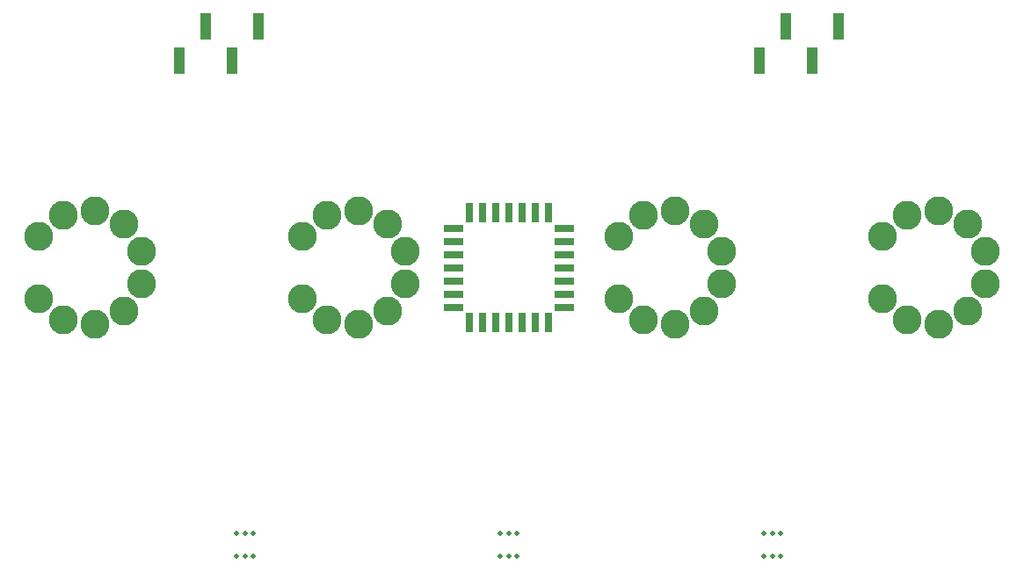
<source format=gbr>
%TF.GenerationSoftware,KiCad,Pcbnew,7.0.10*%
%TF.CreationDate,2024-02-10T11:13:50-05:00*%
%TF.ProjectId,Nixie Clock,4e697869-6520-4436-9c6f-636b2e6b6963,rev?*%
%TF.SameCoordinates,Original*%
%TF.FileFunction,Soldermask,Bot*%
%TF.FilePolarity,Negative*%
%FSLAX46Y46*%
G04 Gerber Fmt 4.6, Leading zero omitted, Abs format (unit mm)*
G04 Created by KiCad (PCBNEW 7.0.10) date 2024-02-10 11:13:50*
%MOMM*%
%LPD*%
G01*
G04 APERTURE LIST*
%ADD10C,0.500000*%
%ADD11C,2.800000*%
%ADD12R,0.700000X1.925000*%
%ADD13R,1.925000X0.700000*%
%ADD14R,1.000000X2.510000*%
G04 APERTURE END LIST*
D10*
%TO.C,mouse-bite-2.54mm-slot*%
X202400000Y-109390000D03*
X202400000Y-111590000D03*
X203200000Y-109390000D03*
X203200000Y-111590000D03*
X204000000Y-109390000D03*
X204000000Y-111590000D03*
%TD*%
%TO.C,mouse-bite-2.54mm-slot*%
X177000000Y-109390000D03*
X177000000Y-111590000D03*
X177800000Y-109390000D03*
X177800000Y-111590000D03*
X178600000Y-109390000D03*
X178600000Y-111590000D03*
%TD*%
%TO.C,mouse-bite-2.54mm-slot*%
X152400000Y-109390000D03*
X152400000Y-111590000D03*
X153200000Y-109390000D03*
X151600000Y-109390000D03*
X151600000Y-111590000D03*
X153200000Y-111590000D03*
%TD*%
D11*
%TO.C,U3*%
X188413106Y-86793524D03*
X190755218Y-88822975D03*
X193822731Y-89264017D03*
X196641733Y-87976622D03*
X198317211Y-85369529D03*
X198317211Y-82270471D03*
X196641734Y-79663378D03*
X193822732Y-78375983D03*
X190755218Y-78817025D03*
X188413106Y-80846476D03*
%TD*%
%TO.C,U1*%
X132533106Y-86793524D03*
X134875218Y-88822975D03*
X137942731Y-89264017D03*
X140761733Y-87976622D03*
X142437211Y-85369529D03*
X142437211Y-82270471D03*
X140761734Y-79663378D03*
X137942732Y-78375983D03*
X134875218Y-78817025D03*
X132533106Y-80846476D03*
%TD*%
%TO.C,U2*%
X157933106Y-86793524D03*
X160275218Y-88822975D03*
X163342731Y-89264017D03*
X166161733Y-87976622D03*
X167837211Y-85369529D03*
X167837211Y-82270471D03*
X166161734Y-79663378D03*
X163342732Y-78375983D03*
X160275218Y-78817025D03*
X157933106Y-80846476D03*
%TD*%
%TO.C,U4*%
X213813106Y-86793524D03*
X216155218Y-88822975D03*
X219222731Y-89264017D03*
X222041733Y-87976622D03*
X223717211Y-85369529D03*
X223717211Y-82270471D03*
X222041734Y-79663378D03*
X219222732Y-78375983D03*
X216155218Y-78817025D03*
X213813106Y-80846476D03*
%TD*%
D12*
%TO.C,U5*%
X179070000Y-89142500D03*
X180340000Y-89142500D03*
X181610000Y-89142500D03*
D13*
X183122500Y-87630000D03*
X183122500Y-86360000D03*
X183122500Y-85090000D03*
X183122500Y-83820000D03*
X183122500Y-82550000D03*
X183122500Y-81280000D03*
X183122500Y-80010000D03*
D12*
X181610000Y-78497500D03*
X180340000Y-78497500D03*
X179070000Y-78497500D03*
X177800000Y-78497500D03*
X176530000Y-78497500D03*
X175260000Y-78497500D03*
X173990000Y-78497500D03*
D13*
X172477500Y-80010000D03*
X172477500Y-81280000D03*
X172477500Y-82550000D03*
X172477500Y-83820000D03*
X172477500Y-85090000D03*
X172477500Y-86360000D03*
X172477500Y-87630000D03*
D12*
X173990000Y-89142500D03*
X175260000Y-89142500D03*
X176530000Y-89142500D03*
X177800000Y-89142500D03*
%TD*%
D14*
%TO.C,REF\u002A\u002A*%
X201930000Y-63885000D03*
X204470000Y-60575000D03*
X207010000Y-63885000D03*
X209550000Y-60575000D03*
%TD*%
%TO.C,REF\u002A\u002A*%
X146050000Y-63885000D03*
X148590000Y-60575000D03*
X151130000Y-63885000D03*
X153670000Y-60575000D03*
%TD*%
M02*

</source>
